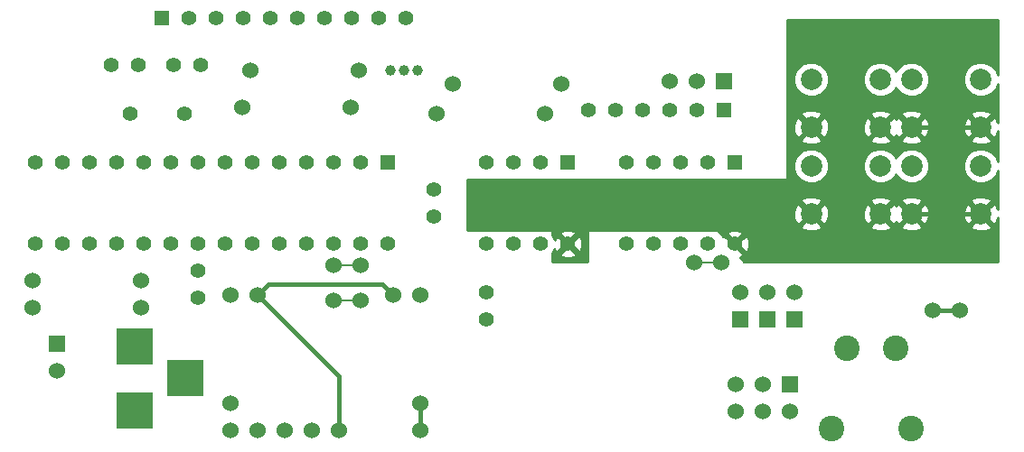
<source format=gtl>
G04 (created by PCBNEW (2013-jul-07)-stable) date 2014年09月14日 21時47分41秒*
%MOIN*%
G04 Gerber Fmt 3.4, Leading zero omitted, Abs format*
%FSLAX34Y34*%
G01*
G70*
G90*
G04 APERTURE LIST*
%ADD10C,0.006*%
%ADD11C,0.06*%
%ADD12R,0.055X0.055*%
%ADD13C,0.055*%
%ADD14R,0.06X0.06*%
%ADD15C,0.056*%
%ADD16R,0.1378X0.1378*%
%ADD17C,0.0787402*%
%ADD18C,0.0393701*%
%ADD19C,0.0944882*%
%ADD20C,0.016*%
%ADD21C,0.008*%
%ADD22C,0.01*%
G04 APERTURE END LIST*
G54D10*
G54D11*
X9827Y2867D03*
X9827Y3867D03*
X9827Y7867D03*
X10827Y2867D03*
X11827Y2867D03*
X12827Y2867D03*
X13827Y2867D03*
X16827Y2867D03*
X16827Y7867D03*
X15827Y7867D03*
X16827Y3867D03*
X10827Y7867D03*
G54D12*
X28027Y14717D03*
G54D13*
X27027Y14717D03*
X26027Y14717D03*
X25027Y14717D03*
X24027Y14717D03*
X23027Y14717D03*
G54D12*
X7311Y18110D03*
G54D13*
X8311Y18110D03*
X9311Y18110D03*
X10311Y18110D03*
X11311Y18110D03*
X12311Y18110D03*
X13311Y18110D03*
X14311Y18110D03*
X15311Y18110D03*
X16311Y18110D03*
G54D11*
X2527Y8417D03*
X6527Y8417D03*
X6527Y7417D03*
X2527Y7417D03*
X14277Y14817D03*
X10277Y14817D03*
X10577Y16167D03*
X14577Y16167D03*
X17427Y14567D03*
X21427Y14567D03*
X18027Y15667D03*
X22027Y15667D03*
G54D14*
X30477Y4567D03*
G54D11*
X30477Y3567D03*
X29477Y4567D03*
X29477Y3567D03*
X28477Y4567D03*
X28477Y3567D03*
G54D14*
X28027Y15767D03*
G54D11*
X27027Y15767D03*
X26027Y15767D03*
G54D14*
X3427Y6067D03*
G54D11*
X3427Y5067D03*
G54D14*
X30627Y6967D03*
G54D11*
X30627Y7967D03*
G54D14*
X29627Y6967D03*
G54D11*
X29627Y7967D03*
G54D14*
X28627Y6967D03*
G54D11*
X28627Y7967D03*
G54D15*
X6127Y14567D03*
X8127Y14567D03*
G54D12*
X22277Y12767D03*
G54D13*
X21277Y12767D03*
X20277Y12767D03*
X19277Y12767D03*
X19277Y9767D03*
X20277Y9767D03*
X21277Y9767D03*
X22277Y9767D03*
X14627Y12767D03*
X13627Y12767D03*
X12627Y12767D03*
X11627Y12767D03*
X10627Y12767D03*
X9627Y12767D03*
X8627Y12767D03*
X7627Y12767D03*
X6627Y12767D03*
X5627Y12767D03*
X4627Y12767D03*
X3627Y12767D03*
X2627Y12767D03*
G54D12*
X15627Y12767D03*
G54D13*
X2627Y9767D03*
X3627Y9767D03*
X4627Y9767D03*
X5627Y9767D03*
X6627Y9767D03*
X7627Y9767D03*
X8627Y9767D03*
X9627Y9767D03*
X10627Y9767D03*
X11627Y9767D03*
X12627Y9767D03*
X13627Y9767D03*
X14627Y9767D03*
X15627Y9767D03*
G54D12*
X28427Y12767D03*
G54D13*
X27427Y12767D03*
X26427Y12767D03*
X25427Y12767D03*
X24427Y12767D03*
X24427Y9767D03*
X25427Y9767D03*
X26427Y9767D03*
X27427Y9767D03*
X28427Y9767D03*
X8727Y16367D03*
X7727Y16367D03*
X5427Y16367D03*
X6427Y16367D03*
X8627Y7767D03*
X8627Y8767D03*
X19277Y6967D03*
X19277Y7967D03*
X17327Y10767D03*
X17327Y11767D03*
G54D16*
X6299Y5984D03*
X6299Y3622D03*
X8149Y4803D03*
G54D17*
X31248Y10881D03*
X31248Y12653D03*
X33807Y12653D03*
X33807Y10881D03*
X34948Y10881D03*
X34948Y12653D03*
X37507Y12653D03*
X37507Y10881D03*
X34948Y14081D03*
X34948Y15853D03*
X37507Y15853D03*
X37507Y14081D03*
X31248Y14081D03*
X31248Y15853D03*
X33807Y15853D03*
X33807Y14081D03*
G54D18*
X16227Y16167D03*
X15727Y16167D03*
X16727Y16167D03*
G54D19*
X32559Y5905D03*
X34370Y5905D03*
X32007Y2952D03*
X34921Y2952D03*
G54D11*
X35727Y16967D03*
X36727Y16967D03*
X36727Y7317D03*
X35727Y7317D03*
X13627Y7667D03*
X14627Y7667D03*
X13627Y8967D03*
X14627Y8967D03*
X27927Y9067D03*
X26927Y9067D03*
G54D20*
X16827Y3867D02*
X16827Y2867D01*
X10827Y7867D02*
X13827Y4867D01*
X13827Y4867D02*
X13827Y2867D01*
X15827Y7867D02*
X15427Y8267D01*
X11227Y8267D02*
X10827Y7867D01*
X15427Y8267D02*
X11227Y8267D01*
X35727Y16967D02*
X36727Y16967D01*
X34948Y14081D02*
X37507Y14081D01*
X34948Y10881D02*
X37507Y10881D01*
X35727Y7317D02*
X36727Y7317D01*
G54D21*
X13627Y7667D02*
X14627Y7667D01*
X13627Y8967D02*
X14627Y8967D01*
X27927Y9067D02*
X26927Y9067D01*
G54D10*
G36*
X38138Y9105D02*
X37890Y9105D01*
X37890Y10428D01*
X37507Y10811D01*
X37436Y10740D01*
X37436Y10881D01*
X37053Y11264D01*
X36948Y11226D01*
X36859Y10986D01*
X36868Y10730D01*
X36948Y10537D01*
X37053Y10498D01*
X37436Y10881D01*
X37436Y10740D01*
X37124Y10428D01*
X37162Y10323D01*
X37402Y10233D01*
X37658Y10243D01*
X37851Y10323D01*
X37890Y10428D01*
X37890Y9105D01*
X35596Y9105D01*
X35596Y10777D01*
X35596Y13977D01*
X35591Y14090D01*
X35591Y15981D01*
X35494Y16217D01*
X35313Y16398D01*
X35076Y16497D01*
X34820Y16497D01*
X34583Y16399D01*
X34402Y16218D01*
X34377Y16158D01*
X34353Y16217D01*
X34172Y16398D01*
X33935Y16497D01*
X33679Y16497D01*
X33442Y16399D01*
X33261Y16218D01*
X33163Y15982D01*
X33163Y15726D01*
X33261Y15489D01*
X33441Y15308D01*
X33678Y15209D01*
X33934Y15209D01*
X34171Y15307D01*
X34352Y15488D01*
X34377Y15548D01*
X34402Y15489D01*
X34582Y15308D01*
X34819Y15209D01*
X35075Y15209D01*
X35312Y15307D01*
X35493Y15488D01*
X35591Y15724D01*
X35591Y15981D01*
X35591Y14090D01*
X35586Y14233D01*
X35506Y14426D01*
X35401Y14464D01*
X35331Y14394D01*
X35331Y14535D01*
X35292Y14640D01*
X35052Y14729D01*
X34796Y14720D01*
X34603Y14640D01*
X34564Y14535D01*
X34948Y14152D01*
X35331Y14535D01*
X35331Y14394D01*
X35018Y14081D01*
X35401Y13698D01*
X35506Y13737D01*
X35596Y13977D01*
X35596Y10777D01*
X35591Y10890D01*
X35591Y12781D01*
X35494Y13017D01*
X35331Y13180D01*
X35331Y13628D01*
X34948Y14011D01*
X34877Y13940D01*
X34877Y14081D01*
X34494Y14464D01*
X34389Y14426D01*
X34378Y14396D01*
X34365Y14426D01*
X34260Y14464D01*
X34190Y14394D01*
X34190Y14535D01*
X34151Y14640D01*
X33911Y14729D01*
X33655Y14720D01*
X33462Y14640D01*
X33424Y14535D01*
X33807Y14152D01*
X34190Y14535D01*
X34190Y14394D01*
X33877Y14081D01*
X34260Y13698D01*
X34365Y13737D01*
X34376Y13767D01*
X34389Y13737D01*
X34494Y13698D01*
X34877Y14081D01*
X34877Y13940D01*
X34564Y13628D01*
X34603Y13523D01*
X34843Y13433D01*
X35099Y13443D01*
X35292Y13523D01*
X35331Y13628D01*
X35331Y13180D01*
X35313Y13198D01*
X35076Y13297D01*
X34820Y13297D01*
X34583Y13199D01*
X34402Y13018D01*
X34377Y12958D01*
X34353Y13017D01*
X34190Y13180D01*
X34190Y13628D01*
X33807Y14011D01*
X33736Y13940D01*
X33736Y14081D01*
X33353Y14464D01*
X33248Y14426D01*
X33159Y14186D01*
X33168Y13930D01*
X33248Y13737D01*
X33353Y13698D01*
X33736Y14081D01*
X33736Y13940D01*
X33424Y13628D01*
X33462Y13523D01*
X33702Y13433D01*
X33958Y13443D01*
X34151Y13523D01*
X34190Y13628D01*
X34190Y13180D01*
X34172Y13198D01*
X33935Y13297D01*
X33679Y13297D01*
X33442Y13199D01*
X33261Y13018D01*
X33163Y12782D01*
X33163Y12526D01*
X33261Y12289D01*
X33441Y12108D01*
X33678Y12009D01*
X33934Y12009D01*
X34171Y12107D01*
X34352Y12288D01*
X34377Y12348D01*
X34402Y12289D01*
X34582Y12108D01*
X34819Y12009D01*
X35075Y12009D01*
X35312Y12107D01*
X35493Y12288D01*
X35591Y12524D01*
X35591Y12781D01*
X35591Y10890D01*
X35586Y11033D01*
X35506Y11226D01*
X35401Y11264D01*
X35331Y11194D01*
X35331Y11335D01*
X35292Y11440D01*
X35052Y11529D01*
X34796Y11520D01*
X34603Y11440D01*
X34564Y11335D01*
X34948Y10952D01*
X35331Y11335D01*
X35331Y11194D01*
X35018Y10881D01*
X35401Y10498D01*
X35506Y10537D01*
X35596Y10777D01*
X35596Y9105D01*
X35331Y9105D01*
X35331Y10428D01*
X34948Y10811D01*
X34877Y10740D01*
X34877Y10881D01*
X34494Y11264D01*
X34389Y11226D01*
X34378Y11196D01*
X34365Y11226D01*
X34260Y11264D01*
X34190Y11194D01*
X34190Y11335D01*
X34151Y11440D01*
X33911Y11529D01*
X33655Y11520D01*
X33462Y11440D01*
X33424Y11335D01*
X33807Y10952D01*
X34190Y11335D01*
X34190Y11194D01*
X33877Y10881D01*
X34260Y10498D01*
X34365Y10537D01*
X34376Y10567D01*
X34389Y10537D01*
X34494Y10498D01*
X34877Y10881D01*
X34877Y10740D01*
X34564Y10428D01*
X34603Y10323D01*
X34843Y10233D01*
X35099Y10243D01*
X35292Y10323D01*
X35331Y10428D01*
X35331Y9105D01*
X34190Y9105D01*
X34190Y10428D01*
X33807Y10811D01*
X33736Y10740D01*
X33736Y10881D01*
X33353Y11264D01*
X33248Y11226D01*
X33159Y10986D01*
X33168Y10730D01*
X33248Y10537D01*
X33353Y10498D01*
X33736Y10881D01*
X33736Y10740D01*
X33424Y10428D01*
X33462Y10323D01*
X33702Y10233D01*
X33958Y10243D01*
X34151Y10323D01*
X34190Y10428D01*
X34190Y9105D01*
X31896Y9105D01*
X31896Y10777D01*
X31896Y13977D01*
X31891Y14090D01*
X31891Y15981D01*
X31794Y16217D01*
X31613Y16398D01*
X31376Y16497D01*
X31120Y16497D01*
X30883Y16399D01*
X30702Y16218D01*
X30604Y15982D01*
X30604Y15726D01*
X30702Y15489D01*
X30882Y15308D01*
X31119Y15209D01*
X31375Y15209D01*
X31612Y15307D01*
X31793Y15488D01*
X31891Y15724D01*
X31891Y15981D01*
X31891Y14090D01*
X31886Y14233D01*
X31806Y14426D01*
X31701Y14464D01*
X31631Y14394D01*
X31631Y14535D01*
X31592Y14640D01*
X31352Y14729D01*
X31096Y14720D01*
X30903Y14640D01*
X30864Y14535D01*
X31248Y14152D01*
X31631Y14535D01*
X31631Y14394D01*
X31318Y14081D01*
X31701Y13698D01*
X31806Y13737D01*
X31896Y13977D01*
X31896Y10777D01*
X31891Y10890D01*
X31891Y12781D01*
X31794Y13017D01*
X31631Y13180D01*
X31631Y13628D01*
X31248Y14011D01*
X31177Y13940D01*
X31177Y14081D01*
X30794Y14464D01*
X30689Y14426D01*
X30600Y14186D01*
X30609Y13930D01*
X30689Y13737D01*
X30794Y13698D01*
X31177Y14081D01*
X31177Y13940D01*
X30864Y13628D01*
X30903Y13523D01*
X31143Y13433D01*
X31399Y13443D01*
X31592Y13523D01*
X31631Y13628D01*
X31631Y13180D01*
X31613Y13198D01*
X31376Y13297D01*
X31120Y13297D01*
X30883Y13199D01*
X30702Y13018D01*
X30604Y12782D01*
X30604Y12526D01*
X30702Y12289D01*
X30882Y12108D01*
X31119Y12009D01*
X31375Y12009D01*
X31612Y12107D01*
X31793Y12288D01*
X31891Y12524D01*
X31891Y12781D01*
X31891Y10890D01*
X31886Y11033D01*
X31806Y11226D01*
X31701Y11264D01*
X31631Y11194D01*
X31631Y11335D01*
X31592Y11440D01*
X31352Y11529D01*
X31096Y11520D01*
X30903Y11440D01*
X30864Y11335D01*
X31248Y10952D01*
X31631Y11335D01*
X31631Y11194D01*
X31318Y10881D01*
X31701Y10498D01*
X31806Y10537D01*
X31896Y10777D01*
X31896Y9105D01*
X31631Y9105D01*
X31631Y10428D01*
X31248Y10811D01*
X31177Y10740D01*
X31177Y10881D01*
X30794Y11264D01*
X30689Y11226D01*
X30600Y10986D01*
X30609Y10730D01*
X30689Y10537D01*
X30794Y10498D01*
X31177Y10881D01*
X31177Y10740D01*
X30864Y10428D01*
X30903Y10323D01*
X31143Y10233D01*
X31399Y10243D01*
X31592Y10323D01*
X31631Y10428D01*
X31631Y9105D01*
X28957Y9105D01*
X28957Y9691D01*
X28946Y9900D01*
X28888Y10040D01*
X28795Y10064D01*
X28724Y9994D01*
X28724Y10135D01*
X28700Y10228D01*
X28503Y10297D01*
X28294Y10286D01*
X28154Y10228D01*
X28130Y10135D01*
X28427Y9838D01*
X28724Y10135D01*
X28724Y9994D01*
X28498Y9767D01*
X28795Y9470D01*
X28888Y9494D01*
X28957Y9691D01*
X28957Y9105D01*
X28763Y9105D01*
X28622Y9274D01*
X28700Y9307D01*
X28724Y9399D01*
X28427Y9697D01*
X28421Y9691D01*
X28351Y9762D01*
X28356Y9767D01*
X28059Y10064D01*
X27981Y10044D01*
X27779Y10286D01*
X27535Y10286D01*
X27503Y10297D01*
X27294Y10286D01*
X27294Y10286D01*
X26547Y10286D01*
X26532Y10292D01*
X26323Y10292D01*
X26307Y10286D01*
X25547Y10286D01*
X25532Y10292D01*
X25323Y10292D01*
X25307Y10286D01*
X24547Y10286D01*
X24532Y10292D01*
X24323Y10292D01*
X24307Y10286D01*
X22981Y10286D01*
X22981Y9105D01*
X22807Y9105D01*
X22807Y9691D01*
X22796Y9900D01*
X22738Y10040D01*
X22645Y10064D01*
X22574Y9994D01*
X22574Y10135D01*
X22550Y10228D01*
X22353Y10297D01*
X22144Y10286D01*
X22004Y10228D01*
X21980Y10135D01*
X22277Y9838D01*
X22574Y10135D01*
X22574Y9994D01*
X22348Y9767D01*
X22645Y9470D01*
X22738Y9494D01*
X22807Y9691D01*
X22807Y9105D01*
X22574Y9105D01*
X22574Y9399D01*
X22277Y9697D01*
X21980Y9399D01*
X22004Y9307D01*
X22201Y9237D01*
X22410Y9249D01*
X22550Y9307D01*
X22574Y9399D01*
X22574Y9105D01*
X21703Y9105D01*
X21703Y9451D01*
X21722Y9469D01*
X21774Y9596D01*
X21817Y9494D01*
X21909Y9470D01*
X22206Y9767D01*
X21909Y10064D01*
X21817Y10040D01*
X21778Y9930D01*
X21722Y10064D01*
X21703Y10084D01*
X21703Y10286D01*
X21397Y10286D01*
X21382Y10292D01*
X21173Y10292D01*
X21157Y10286D01*
X20397Y10286D01*
X20382Y10292D01*
X20173Y10292D01*
X20157Y10286D01*
X19397Y10286D01*
X19382Y10292D01*
X19173Y10292D01*
X19157Y10286D01*
X18553Y10286D01*
X18553Y12154D01*
X30364Y12154D01*
X30364Y18060D01*
X38138Y18060D01*
X38138Y16009D01*
X38053Y16217D01*
X37872Y16398D01*
X37635Y16497D01*
X37379Y16497D01*
X37142Y16399D01*
X36961Y16218D01*
X36863Y15982D01*
X36863Y15726D01*
X36961Y15489D01*
X37141Y15308D01*
X37378Y15209D01*
X37634Y15209D01*
X37871Y15307D01*
X38052Y15488D01*
X38138Y15696D01*
X38138Y14249D01*
X38065Y14426D01*
X37960Y14464D01*
X37890Y14394D01*
X37890Y14535D01*
X37851Y14640D01*
X37611Y14729D01*
X37355Y14720D01*
X37162Y14640D01*
X37124Y14535D01*
X37507Y14152D01*
X37890Y14535D01*
X37890Y14394D01*
X37577Y14081D01*
X37960Y13698D01*
X38065Y13737D01*
X38138Y13934D01*
X38138Y12809D01*
X38053Y13017D01*
X37890Y13180D01*
X37890Y13628D01*
X37507Y14011D01*
X37436Y13940D01*
X37436Y14081D01*
X37053Y14464D01*
X36948Y14426D01*
X36859Y14186D01*
X36868Y13930D01*
X36948Y13737D01*
X37053Y13698D01*
X37436Y14081D01*
X37436Y13940D01*
X37124Y13628D01*
X37162Y13523D01*
X37402Y13433D01*
X37658Y13443D01*
X37851Y13523D01*
X37890Y13628D01*
X37890Y13180D01*
X37872Y13198D01*
X37635Y13297D01*
X37379Y13297D01*
X37142Y13199D01*
X36961Y13018D01*
X36863Y12782D01*
X36863Y12526D01*
X36961Y12289D01*
X37141Y12108D01*
X37378Y12009D01*
X37634Y12009D01*
X37871Y12107D01*
X38052Y12288D01*
X38138Y12496D01*
X38138Y11049D01*
X38065Y11226D01*
X37960Y11264D01*
X37890Y11194D01*
X37890Y11335D01*
X37851Y11440D01*
X37611Y11529D01*
X37355Y11520D01*
X37162Y11440D01*
X37124Y11335D01*
X37507Y10952D01*
X37890Y11335D01*
X37890Y11194D01*
X37577Y10881D01*
X37960Y10498D01*
X38065Y10537D01*
X38138Y10734D01*
X38138Y9105D01*
X38138Y9105D01*
G37*
G54D22*
X38138Y9105D02*
X37890Y9105D01*
X37890Y10428D01*
X37507Y10811D01*
X37436Y10740D01*
X37436Y10881D01*
X37053Y11264D01*
X36948Y11226D01*
X36859Y10986D01*
X36868Y10730D01*
X36948Y10537D01*
X37053Y10498D01*
X37436Y10881D01*
X37436Y10740D01*
X37124Y10428D01*
X37162Y10323D01*
X37402Y10233D01*
X37658Y10243D01*
X37851Y10323D01*
X37890Y10428D01*
X37890Y9105D01*
X35596Y9105D01*
X35596Y10777D01*
X35596Y13977D01*
X35591Y14090D01*
X35591Y15981D01*
X35494Y16217D01*
X35313Y16398D01*
X35076Y16497D01*
X34820Y16497D01*
X34583Y16399D01*
X34402Y16218D01*
X34377Y16158D01*
X34353Y16217D01*
X34172Y16398D01*
X33935Y16497D01*
X33679Y16497D01*
X33442Y16399D01*
X33261Y16218D01*
X33163Y15982D01*
X33163Y15726D01*
X33261Y15489D01*
X33441Y15308D01*
X33678Y15209D01*
X33934Y15209D01*
X34171Y15307D01*
X34352Y15488D01*
X34377Y15548D01*
X34402Y15489D01*
X34582Y15308D01*
X34819Y15209D01*
X35075Y15209D01*
X35312Y15307D01*
X35493Y15488D01*
X35591Y15724D01*
X35591Y15981D01*
X35591Y14090D01*
X35586Y14233D01*
X35506Y14426D01*
X35401Y14464D01*
X35331Y14394D01*
X35331Y14535D01*
X35292Y14640D01*
X35052Y14729D01*
X34796Y14720D01*
X34603Y14640D01*
X34564Y14535D01*
X34948Y14152D01*
X35331Y14535D01*
X35331Y14394D01*
X35018Y14081D01*
X35401Y13698D01*
X35506Y13737D01*
X35596Y13977D01*
X35596Y10777D01*
X35591Y10890D01*
X35591Y12781D01*
X35494Y13017D01*
X35331Y13180D01*
X35331Y13628D01*
X34948Y14011D01*
X34877Y13940D01*
X34877Y14081D01*
X34494Y14464D01*
X34389Y14426D01*
X34378Y14396D01*
X34365Y14426D01*
X34260Y14464D01*
X34190Y14394D01*
X34190Y14535D01*
X34151Y14640D01*
X33911Y14729D01*
X33655Y14720D01*
X33462Y14640D01*
X33424Y14535D01*
X33807Y14152D01*
X34190Y14535D01*
X34190Y14394D01*
X33877Y14081D01*
X34260Y13698D01*
X34365Y13737D01*
X34376Y13767D01*
X34389Y13737D01*
X34494Y13698D01*
X34877Y14081D01*
X34877Y13940D01*
X34564Y13628D01*
X34603Y13523D01*
X34843Y13433D01*
X35099Y13443D01*
X35292Y13523D01*
X35331Y13628D01*
X35331Y13180D01*
X35313Y13198D01*
X35076Y13297D01*
X34820Y13297D01*
X34583Y13199D01*
X34402Y13018D01*
X34377Y12958D01*
X34353Y13017D01*
X34190Y13180D01*
X34190Y13628D01*
X33807Y14011D01*
X33736Y13940D01*
X33736Y14081D01*
X33353Y14464D01*
X33248Y14426D01*
X33159Y14186D01*
X33168Y13930D01*
X33248Y13737D01*
X33353Y13698D01*
X33736Y14081D01*
X33736Y13940D01*
X33424Y13628D01*
X33462Y13523D01*
X33702Y13433D01*
X33958Y13443D01*
X34151Y13523D01*
X34190Y13628D01*
X34190Y13180D01*
X34172Y13198D01*
X33935Y13297D01*
X33679Y13297D01*
X33442Y13199D01*
X33261Y13018D01*
X33163Y12782D01*
X33163Y12526D01*
X33261Y12289D01*
X33441Y12108D01*
X33678Y12009D01*
X33934Y12009D01*
X34171Y12107D01*
X34352Y12288D01*
X34377Y12348D01*
X34402Y12289D01*
X34582Y12108D01*
X34819Y12009D01*
X35075Y12009D01*
X35312Y12107D01*
X35493Y12288D01*
X35591Y12524D01*
X35591Y12781D01*
X35591Y10890D01*
X35586Y11033D01*
X35506Y11226D01*
X35401Y11264D01*
X35331Y11194D01*
X35331Y11335D01*
X35292Y11440D01*
X35052Y11529D01*
X34796Y11520D01*
X34603Y11440D01*
X34564Y11335D01*
X34948Y10952D01*
X35331Y11335D01*
X35331Y11194D01*
X35018Y10881D01*
X35401Y10498D01*
X35506Y10537D01*
X35596Y10777D01*
X35596Y9105D01*
X35331Y9105D01*
X35331Y10428D01*
X34948Y10811D01*
X34877Y10740D01*
X34877Y10881D01*
X34494Y11264D01*
X34389Y11226D01*
X34378Y11196D01*
X34365Y11226D01*
X34260Y11264D01*
X34190Y11194D01*
X34190Y11335D01*
X34151Y11440D01*
X33911Y11529D01*
X33655Y11520D01*
X33462Y11440D01*
X33424Y11335D01*
X33807Y10952D01*
X34190Y11335D01*
X34190Y11194D01*
X33877Y10881D01*
X34260Y10498D01*
X34365Y10537D01*
X34376Y10567D01*
X34389Y10537D01*
X34494Y10498D01*
X34877Y10881D01*
X34877Y10740D01*
X34564Y10428D01*
X34603Y10323D01*
X34843Y10233D01*
X35099Y10243D01*
X35292Y10323D01*
X35331Y10428D01*
X35331Y9105D01*
X34190Y9105D01*
X34190Y10428D01*
X33807Y10811D01*
X33736Y10740D01*
X33736Y10881D01*
X33353Y11264D01*
X33248Y11226D01*
X33159Y10986D01*
X33168Y10730D01*
X33248Y10537D01*
X33353Y10498D01*
X33736Y10881D01*
X33736Y10740D01*
X33424Y10428D01*
X33462Y10323D01*
X33702Y10233D01*
X33958Y10243D01*
X34151Y10323D01*
X34190Y10428D01*
X34190Y9105D01*
X31896Y9105D01*
X31896Y10777D01*
X31896Y13977D01*
X31891Y14090D01*
X31891Y15981D01*
X31794Y16217D01*
X31613Y16398D01*
X31376Y16497D01*
X31120Y16497D01*
X30883Y16399D01*
X30702Y16218D01*
X30604Y15982D01*
X30604Y15726D01*
X30702Y15489D01*
X30882Y15308D01*
X31119Y15209D01*
X31375Y15209D01*
X31612Y15307D01*
X31793Y15488D01*
X31891Y15724D01*
X31891Y15981D01*
X31891Y14090D01*
X31886Y14233D01*
X31806Y14426D01*
X31701Y14464D01*
X31631Y14394D01*
X31631Y14535D01*
X31592Y14640D01*
X31352Y14729D01*
X31096Y14720D01*
X30903Y14640D01*
X30864Y14535D01*
X31248Y14152D01*
X31631Y14535D01*
X31631Y14394D01*
X31318Y14081D01*
X31701Y13698D01*
X31806Y13737D01*
X31896Y13977D01*
X31896Y10777D01*
X31891Y10890D01*
X31891Y12781D01*
X31794Y13017D01*
X31631Y13180D01*
X31631Y13628D01*
X31248Y14011D01*
X31177Y13940D01*
X31177Y14081D01*
X30794Y14464D01*
X30689Y14426D01*
X30600Y14186D01*
X30609Y13930D01*
X30689Y13737D01*
X30794Y13698D01*
X31177Y14081D01*
X31177Y13940D01*
X30864Y13628D01*
X30903Y13523D01*
X31143Y13433D01*
X31399Y13443D01*
X31592Y13523D01*
X31631Y13628D01*
X31631Y13180D01*
X31613Y13198D01*
X31376Y13297D01*
X31120Y13297D01*
X30883Y13199D01*
X30702Y13018D01*
X30604Y12782D01*
X30604Y12526D01*
X30702Y12289D01*
X30882Y12108D01*
X31119Y12009D01*
X31375Y12009D01*
X31612Y12107D01*
X31793Y12288D01*
X31891Y12524D01*
X31891Y12781D01*
X31891Y10890D01*
X31886Y11033D01*
X31806Y11226D01*
X31701Y11264D01*
X31631Y11194D01*
X31631Y11335D01*
X31592Y11440D01*
X31352Y11529D01*
X31096Y11520D01*
X30903Y11440D01*
X30864Y11335D01*
X31248Y10952D01*
X31631Y11335D01*
X31631Y11194D01*
X31318Y10881D01*
X31701Y10498D01*
X31806Y10537D01*
X31896Y10777D01*
X31896Y9105D01*
X31631Y9105D01*
X31631Y10428D01*
X31248Y10811D01*
X31177Y10740D01*
X31177Y10881D01*
X30794Y11264D01*
X30689Y11226D01*
X30600Y10986D01*
X30609Y10730D01*
X30689Y10537D01*
X30794Y10498D01*
X31177Y10881D01*
X31177Y10740D01*
X30864Y10428D01*
X30903Y10323D01*
X31143Y10233D01*
X31399Y10243D01*
X31592Y10323D01*
X31631Y10428D01*
X31631Y9105D01*
X28957Y9105D01*
X28957Y9691D01*
X28946Y9900D01*
X28888Y10040D01*
X28795Y10064D01*
X28724Y9994D01*
X28724Y10135D01*
X28700Y10228D01*
X28503Y10297D01*
X28294Y10286D01*
X28154Y10228D01*
X28130Y10135D01*
X28427Y9838D01*
X28724Y10135D01*
X28724Y9994D01*
X28498Y9767D01*
X28795Y9470D01*
X28888Y9494D01*
X28957Y9691D01*
X28957Y9105D01*
X28763Y9105D01*
X28622Y9274D01*
X28700Y9307D01*
X28724Y9399D01*
X28427Y9697D01*
X28421Y9691D01*
X28351Y9762D01*
X28356Y9767D01*
X28059Y10064D01*
X27981Y10044D01*
X27779Y10286D01*
X27535Y10286D01*
X27503Y10297D01*
X27294Y10286D01*
X27294Y10286D01*
X26547Y10286D01*
X26532Y10292D01*
X26323Y10292D01*
X26307Y10286D01*
X25547Y10286D01*
X25532Y10292D01*
X25323Y10292D01*
X25307Y10286D01*
X24547Y10286D01*
X24532Y10292D01*
X24323Y10292D01*
X24307Y10286D01*
X22981Y10286D01*
X22981Y9105D01*
X22807Y9105D01*
X22807Y9691D01*
X22796Y9900D01*
X22738Y10040D01*
X22645Y10064D01*
X22574Y9994D01*
X22574Y10135D01*
X22550Y10228D01*
X22353Y10297D01*
X22144Y10286D01*
X22004Y10228D01*
X21980Y10135D01*
X22277Y9838D01*
X22574Y10135D01*
X22574Y9994D01*
X22348Y9767D01*
X22645Y9470D01*
X22738Y9494D01*
X22807Y9691D01*
X22807Y9105D01*
X22574Y9105D01*
X22574Y9399D01*
X22277Y9697D01*
X21980Y9399D01*
X22004Y9307D01*
X22201Y9237D01*
X22410Y9249D01*
X22550Y9307D01*
X22574Y9399D01*
X22574Y9105D01*
X21703Y9105D01*
X21703Y9451D01*
X21722Y9469D01*
X21774Y9596D01*
X21817Y9494D01*
X21909Y9470D01*
X22206Y9767D01*
X21909Y10064D01*
X21817Y10040D01*
X21778Y9930D01*
X21722Y10064D01*
X21703Y10084D01*
X21703Y10286D01*
X21397Y10286D01*
X21382Y10292D01*
X21173Y10292D01*
X21157Y10286D01*
X20397Y10286D01*
X20382Y10292D01*
X20173Y10292D01*
X20157Y10286D01*
X19397Y10286D01*
X19382Y10292D01*
X19173Y10292D01*
X19157Y10286D01*
X18553Y10286D01*
X18553Y12154D01*
X30364Y12154D01*
X30364Y18060D01*
X38138Y18060D01*
X38138Y16009D01*
X38053Y16217D01*
X37872Y16398D01*
X37635Y16497D01*
X37379Y16497D01*
X37142Y16399D01*
X36961Y16218D01*
X36863Y15982D01*
X36863Y15726D01*
X36961Y15489D01*
X37141Y15308D01*
X37378Y15209D01*
X37634Y15209D01*
X37871Y15307D01*
X38052Y15488D01*
X38138Y15696D01*
X38138Y14249D01*
X38065Y14426D01*
X37960Y14464D01*
X37890Y14394D01*
X37890Y14535D01*
X37851Y14640D01*
X37611Y14729D01*
X37355Y14720D01*
X37162Y14640D01*
X37124Y14535D01*
X37507Y14152D01*
X37890Y14535D01*
X37890Y14394D01*
X37577Y14081D01*
X37960Y13698D01*
X38065Y13737D01*
X38138Y13934D01*
X38138Y12809D01*
X38053Y13017D01*
X37890Y13180D01*
X37890Y13628D01*
X37507Y14011D01*
X37436Y13940D01*
X37436Y14081D01*
X37053Y14464D01*
X36948Y14426D01*
X36859Y14186D01*
X36868Y13930D01*
X36948Y13737D01*
X37053Y13698D01*
X37436Y14081D01*
X37436Y13940D01*
X37124Y13628D01*
X37162Y13523D01*
X37402Y13433D01*
X37658Y13443D01*
X37851Y13523D01*
X37890Y13628D01*
X37890Y13180D01*
X37872Y13198D01*
X37635Y13297D01*
X37379Y13297D01*
X37142Y13199D01*
X36961Y13018D01*
X36863Y12782D01*
X36863Y12526D01*
X36961Y12289D01*
X37141Y12108D01*
X37378Y12009D01*
X37634Y12009D01*
X37871Y12107D01*
X38052Y12288D01*
X38138Y12496D01*
X38138Y11049D01*
X38065Y11226D01*
X37960Y11264D01*
X37890Y11194D01*
X37890Y11335D01*
X37851Y11440D01*
X37611Y11529D01*
X37355Y11520D01*
X37162Y11440D01*
X37124Y11335D01*
X37507Y10952D01*
X37890Y11335D01*
X37890Y11194D01*
X37577Y10881D01*
X37960Y10498D01*
X38065Y10537D01*
X38138Y10734D01*
X38138Y9105D01*
M02*

</source>
